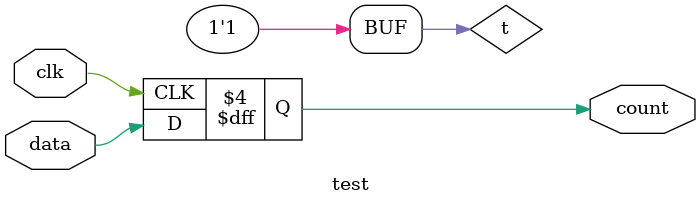
<source format=v>
module test (clk, data, count);
  input clk,data;
  output count;
  reg     count;
  reg     t;
  initial
    t = 1'b1; //Even "t" is initialized here, it is ignored
               //Because initial block is ignored by synthesizer.
  always @( posedge clk )begin
    count = t & data; //Here "t" has not been initialized before
              //reference. After synthesis, "t" is directly linked
              //to '0', which cause mis-match between
              //pre-synthesis status and post-synthesis.
  end
endmodule


</source>
